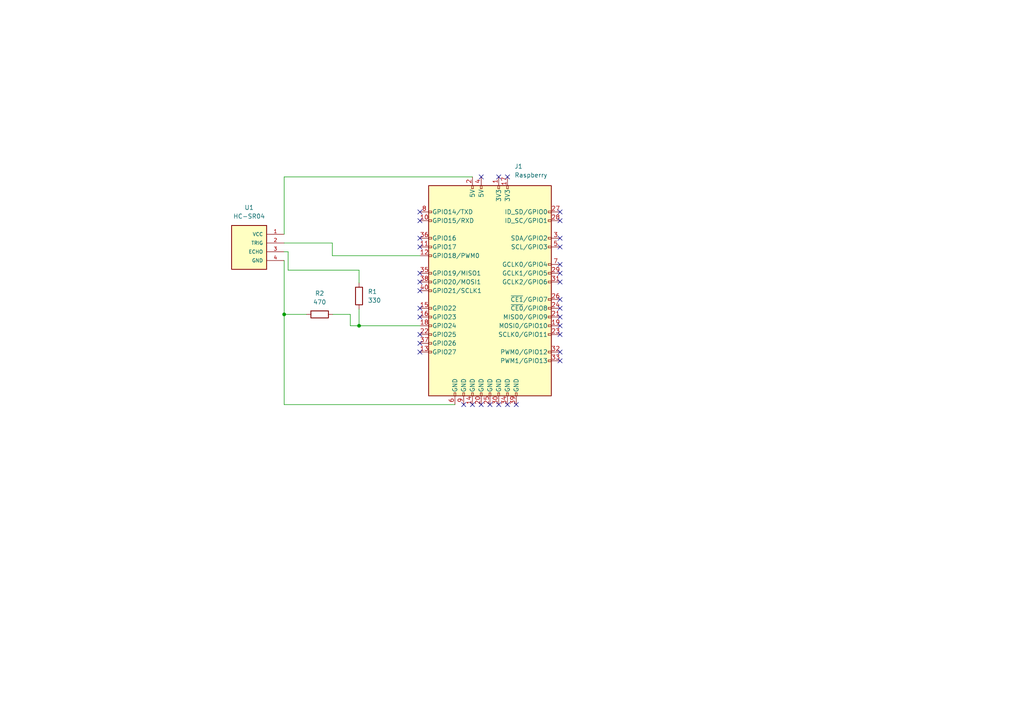
<source format=kicad_sch>
(kicad_sch (version 20211123) (generator eeschema)
  (paper "A4")
  (lib_symbols
    (symbol "Connector:Raspberry_Pi_2_3" (pin_names (offset 1.016))
      (property "Reference" "J" (at -17.78 31.75 0))
      (property "Value" "Raspberry_Pi_2_3" (at 10.16 -31.75 0))
      (symbol "Raspberry_Pi_2_3_0_1"
        (rectangle (start -17.78 30.48) (end 17.78 -30.48) (stroke (width 0.254)) (fill (type background)))
      )
      (symbol "Raspberry_Pi_2_3_1_1"
        (rectangle (start -16.891 -17.526) (end -17.78 -18.034))
        (rectangle (start -16.891 -14.986) (end -17.78 -15.494))
        (rectangle (start -16.891 -12.446) (end -17.78 -12.954))
        (rectangle (start -16.891 -9.906) (end -17.78 -10.414))
        (rectangle (start -16.891 -7.366) (end -17.78 -7.874))
        (rectangle (start -16.891 -4.826) (end -17.78 -5.334))
        (rectangle (start -16.891 0.254) (end -17.78 -0.254))
        (rectangle (start -16.891 2.794) (end -17.78 2.286))
        (rectangle (start -16.891 5.334) (end -17.78 4.826))
        (rectangle (start -16.891 10.414) (end -17.78 9.906))
        (rectangle (start -16.891 12.954) (end -17.78 12.446))
        (rectangle (start -16.891 15.494) (end -17.78 14.986))
        (rectangle (start -16.891 20.574) (end -17.78 20.066))
        (rectangle (start -16.891 23.114) (end -17.78 22.606))
        (rectangle (start -10.414 -29.591) (end -9.906 -30.48))
        (rectangle (start -7.874 -29.591) (end -7.366 -30.48))
        (rectangle (start -5.334 -29.591) (end -4.826 -30.48))
        (rectangle (start -5.334 30.48) (end -4.826 29.591))
        (rectangle (start -2.794 -29.591) (end -2.286 -30.48))
        (rectangle (start -2.794 30.48) (end -2.286 29.591))
        (rectangle (start -0.254 -29.591) (end 0.254 -30.48))
        (rectangle (start 2.286 -29.591) (end 2.794 -30.48))
        (rectangle (start 2.286 30.48) (end 2.794 29.591))
        (rectangle (start 4.826 -29.591) (end 5.334 -30.48))
        (rectangle (start 4.826 30.48) (end 5.334 29.591))
        (rectangle (start 7.366 -29.591) (end 7.874 -30.48))
        (rectangle (start 17.78 -20.066) (end 16.891 -20.574))
        (rectangle (start 17.78 -17.526) (end 16.891 -18.034))
        (rectangle (start 17.78 -12.446) (end 16.891 -12.954))
        (rectangle (start 17.78 -9.906) (end 16.891 -10.414))
        (rectangle (start 17.78 -7.366) (end 16.891 -7.874))
        (rectangle (start 17.78 -4.826) (end 16.891 -5.334))
        (rectangle (start 17.78 -2.286) (end 16.891 -2.794))
        (rectangle (start 17.78 2.794) (end 16.891 2.286))
        (rectangle (start 17.78 5.334) (end 16.891 4.826))
        (rectangle (start 17.78 7.874) (end 16.891 7.366))
        (rectangle (start 17.78 12.954) (end 16.891 12.446))
        (rectangle (start 17.78 15.494) (end 16.891 14.986))
        (rectangle (start 17.78 20.574) (end 16.891 20.066))
        (rectangle (start 17.78 23.114) (end 16.891 22.606))
        (pin power_in line (at 2.54 33.02 270) (length 2.54) (name "3V3") (number "1"))
        (pin bidirectional line (at -20.32 20.32 0) (length 2.54) (name "GPIO15/RXD") (number "10"))
        (pin bidirectional line (at -20.32 12.7 0) (length 2.54) (name "GPIO17") (number "11"))
        (pin bidirectional line (at -20.32 10.16 0) (length 2.54) (name "GPIO18/PWM0") (number "12"))
        (pin bidirectional line (at -20.32 -17.78 0) (length 2.54) (name "GPIO27") (number "13"))
        (pin power_in line (at -5.08 -33.02 90) (length 2.54) (name "GND") (number "14"))
        (pin bidirectional line (at -20.32 -5.08 0) (length 2.54) (name "GPIO22") (number "15"))
        (pin bidirectional line (at -20.32 -7.62 0) (length 2.54) (name "GPIO23") (number "16"))
        (pin power_in line (at 5.08 33.02 270) (length 2.54) (name "3V3") (number "17"))
        (pin bidirectional line (at -20.32 -10.16 0) (length 2.54) (name "GPIO24") (number "18"))
        (pin bidirectional line (at 20.32 -10.16 180) (length 2.54) (name "MOSI0/GPIO10") (number "19"))
        (pin power_in line (at -5.08 33.02 270) (length 2.54) (name "5V") (number "2"))
        (pin power_in line (at -2.54 -33.02 90) (length 2.54) (name "GND") (number "20"))
        (pin bidirectional line (at 20.32 -7.62 180) (length 2.54) (name "MISO0/GPIO9") (number "21"))
        (pin bidirectional line (at -20.32 -12.7 0) (length 2.54) (name "GPIO25") (number "22"))
        (pin bidirectional line (at 20.32 -12.7 180) (length 2.54) (name "SCLK0/GPIO11") (number "23"))
        (pin bidirectional line (at 20.32 -5.08 180) (length 2.54) (name "~{CE0}/GPIO8") (number "24"))
        (pin power_in line (at 0 -33.02 90) (length 2.54) (name "GND") (number "25"))
        (pin bidirectional line (at 20.32 -2.54 180) (length 2.54) (name "~{CE1}/GPIO7") (number "26"))
        (pin bidirectional line (at 20.32 22.86 180) (length 2.54) (name "ID_SD/GPIO0") (number "27"))
        (pin bidirectional line (at 20.32 20.32 180) (length 2.54) (name "ID_SC/GPIO1") (number "28"))
        (pin bidirectional line (at 20.32 5.08 180) (length 2.54) (name "GCLK1/GPIO5") (number "29"))
        (pin bidirectional line (at 20.32 15.24 180) (length 2.54) (name "SDA/GPIO2") (number "3"))
        (pin power_in line (at 2.54 -33.02 90) (length 2.54) (name "GND") (number "30"))
        (pin bidirectional line (at 20.32 2.54 180) (length 2.54) (name "GCLK2/GPIO6") (number "31"))
        (pin bidirectional line (at 20.32 -17.78 180) (length 2.54) (name "PWM0/GPIO12") (number "32"))
        (pin bidirectional line (at 20.32 -20.32 180) (length 2.54) (name "PWM1/GPIO13") (number "33"))
        (pin power_in line (at 5.08 -33.02 90) (length 2.54) (name "GND") (number "34"))
        (pin bidirectional line (at -20.32 5.08 0) (length 2.54) (name "GPIO19/MISO1") (number "35"))
        (pin bidirectional line (at -20.32 15.24 0) (length 2.54) (name "GPIO16") (number "36"))
        (pin bidirectional line (at -20.32 -15.24 0) (length 2.54) (name "GPIO26") (number "37"))
        (pin bidirectional line (at -20.32 2.54 0) (length 2.54) (name "GPIO20/MOSI1") (number "38"))
        (pin power_in line (at 7.62 -33.02 90) (length 2.54) (name "GND") (number "39"))
        (pin power_in line (at -2.54 33.02 270) (length 2.54) (name "5V") (number "4"))
        (pin bidirectional line (at -20.32 0 0) (length 2.54) (name "GPIO21/SCLK1") (number "40"))
        (pin bidirectional line (at 20.32 12.7 180) (length 2.54) (name "SCL/GPIO3") (number "5"))
        (pin power_in line (at -10.16 -33.02 90) (length 2.54) (name "GND") (number "6"))
        (pin bidirectional line (at 20.32 7.62 180) (length 2.54) (name "GCLK0/GPIO4") (number "7"))
        (pin bidirectional line (at -20.32 22.86 0) (length 2.54) (name "GPIO14/TXD") (number "8"))
        (pin power_in line (at -7.62 -33.02 90) (length 2.54) (name "GND") (number "9"))
      )
    )
    (symbol "Device:R" (pin_numbers hide) (pin_names (offset 0))
      (property "Reference" "R" (at 2.032 0 90))
      (property "Value" "R" (at 0 0 90))
      (symbol "R_0_1"
        (rectangle (start -1.016 -2.54) (end 1.016 2.54) (stroke (width 0.254)))
      )
      (symbol "R_1_1"
        (pin passive line (at 0 3.81 270) (length 1.27) (name "~") (number "1"))
        (pin passive line (at 0 -3.81 90) (length 1.27) (name "~") (number "2"))
      )
    )
    (symbol "HC-SR04:HC-SR04" (pin_names (offset 1.016))
      (property "Reference" "U" (at 0 5.0813 0))
      (property "Value" "HC-SR04" (at 0 -10.163 0))
      (symbol "HC-SR04_0_0"
        (rectangle (start 0 -7.62) (end 10.16 5.08) (stroke (width 0.254)) (fill (type background)))
        (pin power_in line (at -5.08 2.54 0) (length 5.08) (name "VCC") (number "1"))
        (pin bidirectional line (at -5.08 0 0) (length 5.08) (name "TRIG") (number "2"))
        (pin bidirectional line (at -5.08 -2.54 0) (length 5.08) (name "ECHO") (number "3"))
        (pin power_in line (at -5.08 -5.08 0) (length 5.08) (name "GND") (number "4"))
      )
    )
  )
  (junction (at 104.14 94.488))
  (junction (at 82.423 91.186))
  (no_connect (at 144.653 117.348))
  (no_connect (at 142.113 117.348))
  (no_connect (at 162.433 64.008))
  (no_connect (at 137.033 117.348))
  (no_connect (at 139.573 117.348))
  (no_connect (at 134.493 117.348))
  (no_connect (at 121.793 99.568))
  (no_connect (at 121.793 102.108))
  (no_connect (at 121.793 97.028))
  (no_connect (at 121.793 71.628))
  (no_connect (at 121.793 69.088))
  (no_connect (at 121.793 89.408))
  (no_connect (at 121.793 91.948))
  (no_connect (at 121.793 84.328))
  (no_connect (at 121.793 81.788))
  (no_connect (at 121.793 79.248))
  (no_connect (at 162.433 71.628))
  (no_connect (at 162.433 69.088))
  (no_connect (at 162.433 61.468))
  (no_connect (at 162.433 76.708))
  (no_connect (at 162.433 79.248))
  (no_connect (at 139.573 51.308))
  (no_connect (at 144.653 51.308))
  (no_connect (at 147.193 51.308))
  (no_connect (at 121.793 61.468))
  (no_connect (at 121.793 64.008))
  (no_connect (at 162.433 102.108))
  (no_connect (at 162.433 97.028))
  (no_connect (at 162.433 104.648))
  (no_connect (at 162.433 91.948))
  (no_connect (at 162.433 94.488))
  (no_connect (at 162.433 89.408))
  (no_connect (at 162.433 86.868))
  (no_connect (at 162.433 81.788))
  (no_connect (at 149.733 117.348))
  (no_connect (at 147.193 117.348))
  (wire (pts (xy 104.14 94.488) (xy 121.793 94.488)))
  (wire (pts (xy 82.423 91.186) (xy 82.423 75.565)))
  (wire (pts (xy 101.6 91.186) (xy 101.6 94.488)))
  (wire (pts (xy 101.6 94.488) (xy 104.14 94.488)))
  (wire (pts (xy 104.14 78.359) (xy 104.14 82.042)))
  (wire (pts (xy 82.423 117.348) (xy 82.423 91.186)))
  (wire (pts (xy 104.14 94.488) (xy 104.14 89.662)))
  (wire (pts (xy 137.033 51.308) (xy 82.423 51.308)))
  (wire (pts (xy 96.393 70.485) (xy 82.423 70.485)))
  (wire (pts (xy 131.953 117.348) (xy 82.423 117.348)))
  (wire (pts (xy 83.566 78.359) (xy 83.566 73.025)))
  (wire (pts (xy 96.52 91.186) (xy 101.6 91.186)))
  (wire (pts (xy 83.566 73.025) (xy 82.423 73.025)))
  (wire (pts (xy 82.423 91.186) (xy 88.9 91.186)))
  (wire (pts (xy 82.423 51.308) (xy 82.423 67.945)))
  (wire (pts (xy 104.14 78.359) (xy 83.566 78.359)))
  (wire (pts (xy 121.793 74.168) (xy 96.393 74.168)))
  (wire (pts (xy 96.393 74.168) (xy 96.393 70.485)))
  (symbol (lib_id "Connector:Raspberry_Pi_2_3") (at 142.113 84.328 0) (unit 1)
    (property "Reference" "J1" (at 149.2124 48.26 0) (effects (justify left)))
    (property "Value" "Raspberry" (at 149.2124 50.8 0) (effects (justify left)))
    (property "Datasheet" "https://www.raspberrypi.org/documentation/hardware/raspberrypi/schematics/rpi_SCH_3bplus_1p0_reduced.pdf" (effects hide))
  )
  (symbol (lib_id "Device:R") (at 92.71 91.186 90) (unit 1)
    (property "Reference" "R2" (at 92.71 85.09 90))
    (property "Value" "470" (at 92.71 87.63 90))
  )
  (symbol (lib_id "Device:R") (at 104.14 85.852 0) (unit 1)
    (property "Reference" "R1" (at 106.68 84.5819 0) (effects (justify left)))
    (property "Value" "330" (at 106.68 87.1219 0) (effects (justify left)))
  )
  (symbol (lib_id "HC-SR04:HC-SR04") (at 77.343 70.485 0) (mirror y) (unit 1)
    (property "Reference" "U1" (at 72.263 60.198 0))
    (property "Value" "HC-SR04" (at 72.263 62.738 0))
    (property "Footprint" "XCVR_HC-SR04" (effects hide))
    (property "MANUFACTURER" "Osepp" (effects hide))
  )
)
</source>
